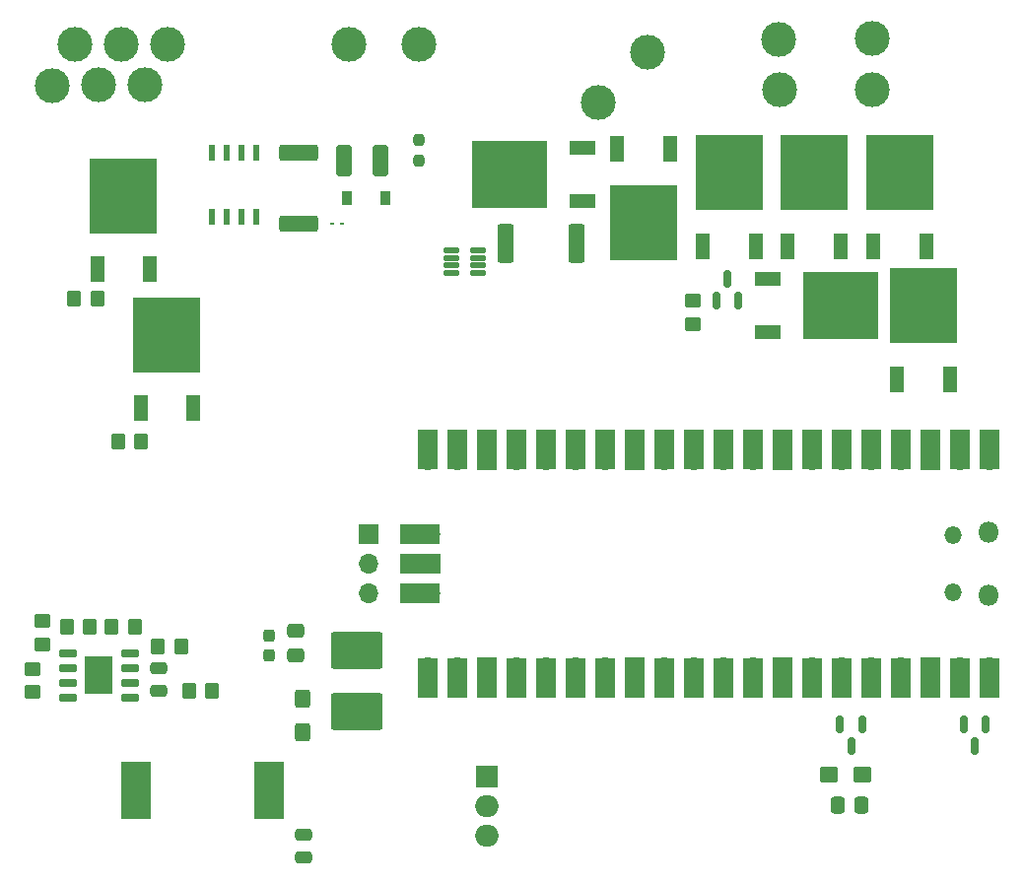
<source format=gbr>
%TF.GenerationSoftware,KiCad,Pcbnew,6.0.2+dfsg-1*%
%TF.CreationDate,2023-01-19T02:13:05-05:00*%
%TF.ProjectId,webasto-mainboard,77656261-7374-46f2-9d6d-61696e626f61,1.0*%
%TF.SameCoordinates,Original*%
%TF.FileFunction,Soldermask,Top*%
%TF.FilePolarity,Negative*%
%FSLAX46Y46*%
G04 Gerber Fmt 4.6, Leading zero omitted, Abs format (unit mm)*
G04 Created by KiCad (PCBNEW 6.0.2+dfsg-1) date 2023-01-19 02:13:05*
%MOMM*%
%LPD*%
G01*
G04 APERTURE LIST*
G04 Aperture macros list*
%AMRoundRect*
0 Rectangle with rounded corners*
0 $1 Rounding radius*
0 $2 $3 $4 $5 $6 $7 $8 $9 X,Y pos of 4 corners*
0 Add a 4 corners polygon primitive as box body*
4,1,4,$2,$3,$4,$5,$6,$7,$8,$9,$2,$3,0*
0 Add four circle primitives for the rounded corners*
1,1,$1+$1,$2,$3*
1,1,$1+$1,$4,$5*
1,1,$1+$1,$6,$7*
1,1,$1+$1,$8,$9*
0 Add four rect primitives between the rounded corners*
20,1,$1+$1,$2,$3,$4,$5,0*
20,1,$1+$1,$4,$5,$6,$7,0*
20,1,$1+$1,$6,$7,$8,$9,0*
20,1,$1+$1,$8,$9,$2,$3,0*%
G04 Aperture macros list end*
%ADD10R,1.200000X2.200000*%
%ADD11R,5.800000X6.400000*%
%ADD12RoundRect,0.237500X0.237500X-0.250000X0.237500X0.250000X-0.237500X0.250000X-0.237500X-0.250000X0*%
%ADD13R,2.400000X3.200000*%
%ADD14RoundRect,0.150000X0.650000X0.150000X-0.650000X0.150000X-0.650000X-0.150000X0.650000X-0.150000X0*%
%ADD15R,2.590800X5.003800*%
%ADD16R,0.533400X1.460500*%
%ADD17RoundRect,0.125000X0.537500X0.125000X-0.537500X0.125000X-0.537500X-0.125000X0.537500X-0.125000X0*%
%ADD18O,2.000000X1.905000*%
%ADD19R,1.900000X1.905000*%
%ADD20RoundRect,0.150000X-0.150000X0.587500X-0.150000X-0.587500X0.150000X-0.587500X0.150000X0.587500X0*%
%ADD21R,3.500000X1.700000*%
%ADD22O,1.700000X1.700000*%
%ADD23R,1.700000X1.700000*%
%ADD24R,1.700000X3.500000*%
%ADD25O,1.500000X1.500000*%
%ADD26O,1.800000X1.800000*%
%ADD27RoundRect,0.250000X0.350000X0.450000X-0.350000X0.450000X-0.350000X-0.450000X0.350000X-0.450000X0*%
%ADD28RoundRect,0.250000X-0.350000X-0.450000X0.350000X-0.450000X0.350000X0.450000X-0.350000X0.450000X0*%
%ADD29RoundRect,0.250000X0.450000X-0.350000X0.450000X0.350000X-0.450000X0.350000X-0.450000X-0.350000X0*%
%ADD30RoundRect,0.249999X1.425001X-0.450001X1.425001X0.450001X-1.425001X0.450001X-1.425001X-0.450001X0*%
%ADD31RoundRect,0.249999X0.450001X1.425001X-0.450001X1.425001X-0.450001X-1.425001X0.450001X-1.425001X0*%
%ADD32RoundRect,0.250000X-1.975000X1.350000X-1.975000X-1.350000X1.975000X-1.350000X1.975000X1.350000X0*%
%ADD33R,2.200000X1.200000*%
%ADD34R,6.400000X5.800000*%
%ADD35RoundRect,0.150000X0.150000X-0.587500X0.150000X0.587500X-0.150000X0.587500X-0.150000X-0.587500X0*%
%ADD36R,0.900000X1.200000*%
%ADD37R,0.360000X0.250000*%
%ADD38RoundRect,0.250000X-0.475000X0.250000X-0.475000X-0.250000X0.475000X-0.250000X0.475000X0.250000X0*%
%ADD39RoundRect,0.250000X0.425000X-0.537500X0.425000X0.537500X-0.425000X0.537500X-0.425000X-0.537500X0*%
%ADD40RoundRect,0.250000X0.412500X1.100000X-0.412500X1.100000X-0.412500X-1.100000X0.412500X-1.100000X0*%
%ADD41RoundRect,0.237500X-0.237500X0.300000X-0.237500X-0.300000X0.237500X-0.300000X0.237500X0.300000X0*%
%ADD42RoundRect,0.250000X-0.475000X0.337500X-0.475000X-0.337500X0.475000X-0.337500X0.475000X0.337500X0*%
%ADD43RoundRect,0.250000X0.337500X0.475000X-0.337500X0.475000X-0.337500X-0.475000X0.337500X-0.475000X0*%
%ADD44RoundRect,0.250000X0.537500X0.425000X-0.537500X0.425000X-0.537500X-0.425000X0.537500X-0.425000X0*%
%ADD45C,3.000000*%
G04 APERTURE END LIST*
D10*
%TO.C,Q8*%
X107720000Y-75450000D03*
D11*
X110000000Y-69150000D03*
D10*
X112280000Y-75450000D03*
%TD*%
D12*
%TO.C,F1*%
X135350000Y-66150000D03*
X135350000Y-64325000D03*
%TD*%
D13*
%TO.C,U6*%
X107875000Y-110315000D03*
D14*
X105225000Y-112220000D03*
X105225000Y-110950000D03*
X105225000Y-109680000D03*
X105225000Y-108410000D03*
X110525000Y-108410000D03*
X110525000Y-109680000D03*
X110525000Y-110950000D03*
X110525000Y-112220000D03*
%TD*%
D15*
%TO.C,L1*%
X111072700Y-120175000D03*
X122477300Y-120175000D03*
%TD*%
D16*
%TO.C,U4*%
X121355000Y-65450850D03*
X120085000Y-65450850D03*
X118815000Y-65450850D03*
X117545000Y-65450850D03*
X117545000Y-70899150D03*
X118815000Y-70899150D03*
X120085000Y-70899150D03*
X121355000Y-70899150D03*
%TD*%
D17*
%TO.C,U5*%
X140460000Y-75760000D03*
X140460000Y-75110000D03*
X140460000Y-74460000D03*
X140460000Y-73810000D03*
X138185000Y-73810000D03*
X138185000Y-74460000D03*
X138185000Y-75110000D03*
X138185000Y-75760000D03*
%TD*%
D18*
%TO.C,U3*%
X141208580Y-124134629D03*
X141208580Y-121594629D03*
D19*
X141208580Y-119054629D03*
%TD*%
D20*
%TO.C,U2*%
X172500000Y-116437500D03*
X171550000Y-114562500D03*
X173450000Y-114562500D03*
%TD*%
D21*
%TO.C,U1*%
X135485000Y-103280000D03*
D22*
X136385000Y-103280000D03*
D21*
X135485000Y-100740000D03*
D23*
X136385000Y-100740000D03*
D22*
X136385000Y-98200000D03*
D21*
X135485000Y-98200000D03*
D24*
X184415000Y-110530000D03*
D22*
X184415000Y-109630000D03*
X181875000Y-109630000D03*
D24*
X181875000Y-110530000D03*
D23*
X179335000Y-109630000D03*
D24*
X179335000Y-110530000D03*
D22*
X176795000Y-109630000D03*
D24*
X176795000Y-110530000D03*
X174255000Y-110530000D03*
D22*
X174255000Y-109630000D03*
X171715000Y-109630000D03*
D24*
X171715000Y-110530000D03*
D22*
X169175000Y-109630000D03*
D24*
X169175000Y-110530000D03*
D23*
X166635000Y-109630000D03*
D24*
X166635000Y-110530000D03*
X164095000Y-110530000D03*
D22*
X164095000Y-109630000D03*
D24*
X161555000Y-110530000D03*
D22*
X161555000Y-109630000D03*
X159015000Y-109630000D03*
D24*
X159015000Y-110530000D03*
X156475000Y-110530000D03*
D22*
X156475000Y-109630000D03*
D24*
X153935000Y-110530000D03*
D23*
X153935000Y-109630000D03*
D24*
X151395000Y-110530000D03*
D22*
X151395000Y-109630000D03*
X148855000Y-109630000D03*
D24*
X148855000Y-110530000D03*
D22*
X146315000Y-109630000D03*
D24*
X146315000Y-110530000D03*
X143775000Y-110530000D03*
D22*
X143775000Y-109630000D03*
D23*
X141235000Y-109630000D03*
D24*
X141235000Y-110530000D03*
D22*
X138695000Y-109630000D03*
D24*
X138695000Y-110530000D03*
D22*
X136155000Y-109630000D03*
D24*
X136155000Y-110530000D03*
D22*
X136155000Y-91850000D03*
D24*
X136155000Y-90950000D03*
X138695000Y-90950000D03*
D22*
X138695000Y-91850000D03*
D23*
X141235000Y-91850000D03*
D24*
X141235000Y-90950000D03*
D22*
X143775000Y-91850000D03*
D24*
X143775000Y-90950000D03*
D22*
X146315000Y-91850000D03*
D24*
X146315000Y-90950000D03*
X148855000Y-90950000D03*
D22*
X148855000Y-91850000D03*
X151395000Y-91850000D03*
D24*
X151395000Y-90950000D03*
X153935000Y-90950000D03*
D23*
X153935000Y-91850000D03*
D24*
X156475000Y-90950000D03*
D22*
X156475000Y-91850000D03*
X159015000Y-91850000D03*
D24*
X159015000Y-90950000D03*
X161555000Y-90950000D03*
D22*
X161555000Y-91850000D03*
X164095000Y-91850000D03*
D24*
X164095000Y-90950000D03*
X166635000Y-90950000D03*
D23*
X166635000Y-91850000D03*
D22*
X169175000Y-91850000D03*
D24*
X169175000Y-90950000D03*
X171715000Y-90950000D03*
D22*
X171715000Y-91850000D03*
D24*
X174255000Y-90950000D03*
D22*
X174255000Y-91850000D03*
D24*
X176795000Y-90950000D03*
D22*
X176795000Y-91850000D03*
D23*
X179335000Y-91850000D03*
D24*
X179335000Y-90950000D03*
X181875000Y-90950000D03*
D22*
X181875000Y-91850000D03*
D24*
X184415000Y-90950000D03*
D22*
X184415000Y-91850000D03*
D25*
X181255000Y-103165000D03*
X181255000Y-98315000D03*
D26*
X184285000Y-98015000D03*
X184285000Y-103465000D03*
%TD*%
D27*
%TO.C,R30*%
X110975000Y-106200000D03*
X108975000Y-106200000D03*
%TD*%
%TO.C,R29*%
X114925000Y-107850000D03*
X112925000Y-107850000D03*
%TD*%
D28*
%TO.C,R28*%
X115600000Y-111700000D03*
X117600000Y-111700000D03*
%TD*%
%TO.C,R27*%
X105125000Y-106175000D03*
X107125000Y-106175000D03*
%TD*%
D29*
%TO.C,R26*%
X103000000Y-107675000D03*
X103000000Y-105675000D03*
%TD*%
%TO.C,R25*%
X102175000Y-111775000D03*
X102175000Y-109775000D03*
%TD*%
D30*
%TO.C,R23*%
X125040000Y-71550000D03*
X125040000Y-65450000D03*
%TD*%
D31*
%TO.C,R22*%
X148950000Y-73240000D03*
X142850000Y-73240000D03*
%TD*%
D32*
%TO.C,R21*%
X130020000Y-108200000D03*
X130020000Y-113400000D03*
%TD*%
D29*
%TO.C,R16*%
X158930000Y-80130000D03*
X158930000Y-78130000D03*
%TD*%
D28*
%TO.C,R8*%
X109500000Y-90250000D03*
X111500000Y-90250000D03*
%TD*%
%TO.C,R7*%
X105750000Y-78000000D03*
X107750000Y-78000000D03*
%TD*%
D33*
%TO.C,Q18*%
X149455000Y-69595000D03*
D34*
X143155000Y-67315000D03*
D33*
X149455000Y-65035000D03*
%TD*%
D10*
%TO.C,Q17*%
X152385000Y-65105000D03*
D11*
X154665000Y-71405000D03*
D10*
X156945000Y-65105000D03*
%TD*%
%TO.C,Q16*%
X159730000Y-73460000D03*
D11*
X162010000Y-67160000D03*
D10*
X164290000Y-73460000D03*
%TD*%
%TO.C,Q15*%
X167070000Y-73450000D03*
D11*
X169350000Y-67150000D03*
D10*
X171630000Y-73450000D03*
%TD*%
D33*
%TO.C,Q14*%
X165305000Y-76255000D03*
D34*
X171605000Y-78535000D03*
D33*
X165305000Y-80815000D03*
%TD*%
D35*
%TO.C,Q13*%
X160930000Y-78115000D03*
X162830000Y-78115000D03*
X161880000Y-76240000D03*
%TD*%
D10*
%TO.C,Q9*%
X116005000Y-87375000D03*
D11*
X113725000Y-81075000D03*
D10*
X111445000Y-87375000D03*
%TD*%
%TO.C,Q7*%
X176445000Y-84875000D03*
D11*
X178725000Y-78575000D03*
D10*
X181005000Y-84875000D03*
%TD*%
%TO.C,Q6*%
X174405000Y-73465000D03*
D11*
X176685000Y-67165000D03*
D10*
X178965000Y-73465000D03*
%TD*%
D20*
%TO.C,Q1*%
X184050000Y-114512500D03*
X182150000Y-114512500D03*
X183100000Y-116387500D03*
%TD*%
D23*
%TO.C,J1*%
X131025000Y-98200000D03*
D22*
X131025000Y-100740000D03*
X131025000Y-103280000D03*
%TD*%
D36*
%TO.C,D4*%
X132460000Y-69320000D03*
X129160000Y-69320000D03*
%TD*%
D37*
%TO.C,D2*%
X127932500Y-71550000D03*
X128772500Y-71550000D03*
%TD*%
D38*
%TO.C,C12*%
X125475000Y-125950000D03*
X125475000Y-124050000D03*
%TD*%
D39*
%TO.C,C11*%
X125375000Y-115225000D03*
X125375000Y-112350000D03*
%TD*%
D38*
%TO.C,C10*%
X113050000Y-109750000D03*
X113050000Y-111650000D03*
%TD*%
D40*
%TO.C,C8*%
X128900000Y-66150000D03*
X132025000Y-66150000D03*
%TD*%
D41*
%TO.C,C4*%
X122500000Y-106887500D03*
X122500000Y-108612500D03*
%TD*%
D42*
%TO.C,C3*%
X124750000Y-106500000D03*
X124750000Y-108575000D03*
%TD*%
D43*
%TO.C,C2*%
X173400000Y-121500000D03*
X171325000Y-121500000D03*
%TD*%
D44*
%TO.C,C1*%
X173450000Y-118850000D03*
X170575000Y-118850000D03*
%TD*%
D45*
%TO.C,JX5*%
X174275000Y-55640200D03*
X174351200Y-60009000D03*
%TD*%
%TO.C,JX4*%
X166275000Y-55665200D03*
X166351200Y-60034000D03*
%TD*%
%TO.C,JX3*%
X155037200Y-56841000D03*
X150795400Y-61082800D03*
%TD*%
%TO.C,JX2*%
X135346800Y-56125000D03*
X129352400Y-56125000D03*
%TD*%
%TO.C,JX1*%
X103825000Y-59650000D03*
X107812800Y-59624600D03*
X111826000Y-59624600D03*
X105802400Y-56131600D03*
X109819400Y-56119400D03*
X113807200Y-56119400D03*
%TD*%
M02*

</source>
